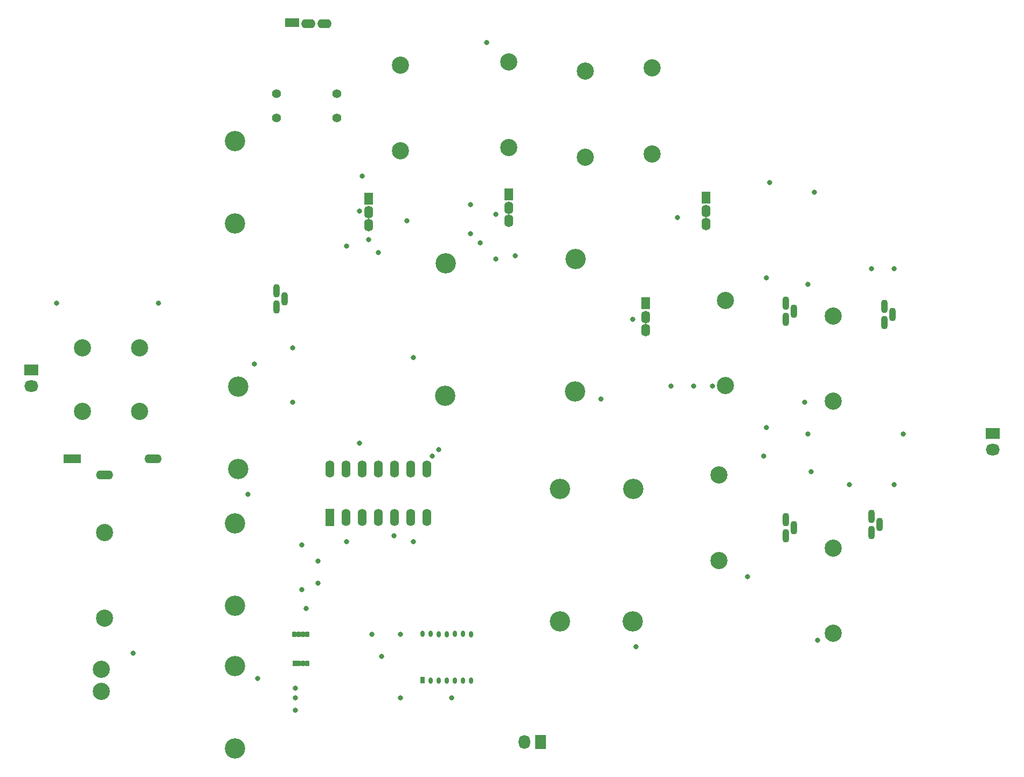
<source format=gts>
G04*
G04 #@! TF.GenerationSoftware,Altium Limited,Altium Designer,20.0.13 (296)*
G04*
G04 Layer_Color=8388736*
%FSLAX25Y25*%
%MOIN*%
G70*
G01*
G75*
%ADD17R,0.02965X0.03359*%
G04:AMPARAMS|DCode=18|XSize=33.59mil|YSize=29.65mil|CornerRadius=9.41mil|HoleSize=0mil|Usage=FLASHONLY|Rotation=90.000|XOffset=0mil|YOffset=0mil|HoleType=Round|Shape=RoundedRectangle|*
%AMROUNDEDRECTD18*
21,1,0.03359,0.01083,0,0,90.0*
21,1,0.01476,0.02965,0,0,90.0*
1,1,0.01883,0.00541,0.00738*
1,1,0.01883,0.00541,-0.00738*
1,1,0.01883,-0.00541,-0.00738*
1,1,0.01883,-0.00541,0.00738*
%
%ADD18ROUNDEDRECTD18*%
%ADD19R,0.02769X0.03950*%
%ADD20O,0.02769X0.03950*%
%ADD21O,0.05524X0.07800*%
%ADD22R,0.05524X0.07800*%
%ADD23O,0.08674X0.07099*%
%ADD24R,0.08674X0.07099*%
%ADD25O,0.07099X0.08674*%
%ADD26R,0.07099X0.08674*%
%ADD27R,0.08800X0.05524*%
%ADD28O,0.08800X0.05524*%
%ADD29C,0.10642*%
%ADD30C,0.05524*%
%ADD31O,0.05524X0.10642*%
%ADD32R,0.05524X0.10642*%
%ADD33O,0.10642X0.05524*%
%ADD34R,0.10642X0.05524*%
%ADD35O,0.04300X0.08300*%
%ADD36C,0.12611*%
%ADD37C,0.03162*%
D17*
X190313Y82294D02*
D03*
D18*
X192913Y82194D02*
D03*
X195513D02*
D03*
X198013D02*
D03*
X190213Y100394D02*
D03*
X192913D02*
D03*
X195413D02*
D03*
X198113D02*
D03*
D19*
X269328Y71894D02*
D03*
D20*
X274428Y71594D02*
D03*
X279428D02*
D03*
X284328D02*
D03*
X289328D02*
D03*
X294528D02*
D03*
X299428D02*
D03*
X269328Y100494D02*
D03*
X274428D02*
D03*
X279528Y100394D02*
D03*
X284428D02*
D03*
X289328Y100494D02*
D03*
X294428D02*
D03*
X299428Y100394D02*
D03*
D21*
X444882Y354205D02*
D03*
Y362205D02*
D03*
X236221Y353579D02*
D03*
Y361579D02*
D03*
X407480Y288618D02*
D03*
Y296618D02*
D03*
X322835Y356173D02*
D03*
Y364173D02*
D03*
D22*
X444882Y370705D02*
D03*
X236221Y370079D02*
D03*
X407480Y305118D02*
D03*
X322835Y372673D02*
D03*
D23*
X27559Y253937D02*
D03*
X622047Y214567D02*
D03*
D24*
X27559Y263937D02*
D03*
X622047Y224567D02*
D03*
D25*
X332520Y33465D02*
D03*
D26*
X342520D02*
D03*
D27*
X188819Y478847D02*
D03*
D28*
X198819Y478346D02*
D03*
X208819D02*
D03*
D29*
X94488Y277559D02*
D03*
Y238189D02*
D03*
X59055D02*
D03*
Y277559D02*
D03*
X70866Y78461D02*
D03*
Y64961D02*
D03*
X456693Y254331D02*
D03*
Y307087D02*
D03*
X523622Y244488D02*
D03*
Y297244D02*
D03*
X452756Y146063D02*
D03*
Y198819D02*
D03*
X523622Y100787D02*
D03*
Y153543D02*
D03*
X411417Y397638D02*
D03*
Y450787D02*
D03*
X255906Y399606D02*
D03*
Y452756D02*
D03*
X370079Y395669D02*
D03*
Y448819D02*
D03*
X322835Y401575D02*
D03*
Y454724D02*
D03*
X72835Y110236D02*
D03*
Y163386D02*
D03*
D30*
X179134Y435039D02*
D03*
Y420039D02*
D03*
X216535Y435039D02*
D03*
Y420039D02*
D03*
D31*
X272126Y202756D02*
D03*
X262126D02*
D03*
X252126D02*
D03*
X242126D02*
D03*
X232126D02*
D03*
X222126D02*
D03*
X212126D02*
D03*
X272126Y172756D02*
D03*
X262126D02*
D03*
X252126D02*
D03*
X242126D02*
D03*
X232126D02*
D03*
X222126D02*
D03*
D32*
X212126D02*
D03*
D33*
X102835Y208819D02*
D03*
X72835Y198819D02*
D03*
D34*
X52835Y208819D02*
D03*
D35*
X494095Y295118D02*
D03*
X499094Y300118D02*
D03*
X494095Y305118D02*
D03*
X555118Y293307D02*
D03*
X560118Y298307D02*
D03*
X555118Y303307D02*
D03*
X179134Y302992D02*
D03*
X184134Y307992D02*
D03*
X179134Y312992D02*
D03*
X494095Y161260D02*
D03*
X499094Y166260D02*
D03*
X494095Y171260D02*
D03*
X547244Y163228D02*
D03*
X552244Y168228D02*
D03*
X547244Y173228D02*
D03*
D36*
X153543Y405512D02*
D03*
Y354512D02*
D03*
X155512Y253756D02*
D03*
Y202756D02*
D03*
X153543Y169110D02*
D03*
Y118110D02*
D03*
Y80709D02*
D03*
Y29709D02*
D03*
X399806Y190268D02*
D03*
X399606Y108268D02*
D03*
X283465Y248031D02*
D03*
X283665Y330031D02*
D03*
X364173Y332677D02*
D03*
X363973Y250677D02*
D03*
X354531Y190268D02*
D03*
X354331Y108268D02*
D03*
D37*
X232283Y383858D02*
D03*
X305118Y342520D02*
D03*
X326772Y334646D02*
D03*
X379921Y246063D02*
D03*
X423228Y253937D02*
D03*
X437008D02*
D03*
X448819D02*
D03*
X314961Y360236D02*
D03*
Y332677D02*
D03*
X511811Y374016D02*
D03*
X484252Y379921D02*
D03*
X399606Y295276D02*
D03*
X427165Y358268D02*
D03*
X401575Y92520D02*
D03*
X299213Y366142D02*
D03*
Y348425D02*
D03*
X230315Y362205D02*
D03*
X242126Y336614D02*
D03*
X259842Y356299D02*
D03*
X309055Y466535D02*
D03*
X287402Y61024D02*
D03*
X561024Y326772D02*
D03*
X547244D02*
D03*
X561024Y192913D02*
D03*
X533465D02*
D03*
X513779Y96457D02*
D03*
X509842Y200787D02*
D03*
X482283Y228346D02*
D03*
X470472Y135827D02*
D03*
X505905Y244094D02*
D03*
X480315Y210630D02*
D03*
X507874Y316929D02*
D03*
X482283Y320866D02*
D03*
X507874Y224409D02*
D03*
X566929D02*
D03*
X222441Y340551D02*
D03*
X236221Y344488D02*
D03*
X275590Y210630D02*
D03*
X279528Y214567D02*
D03*
X251969Y161417D02*
D03*
X244094Y86614D02*
D03*
X255906Y61024D02*
D03*
X263779Y157480D02*
D03*
Y271654D02*
D03*
X188976Y277559D02*
D03*
X230315Y218504D02*
D03*
X194882Y155512D02*
D03*
X204724Y145669D02*
D03*
Y131890D02*
D03*
X190945Y53150D02*
D03*
Y61024D02*
D03*
X222441Y157480D02*
D03*
X194882Y127953D02*
D03*
X197441Y116142D02*
D03*
X161417Y187008D02*
D03*
X167323Y72835D02*
D03*
X90551Y88583D02*
D03*
X190945Y66929D02*
D03*
X238189Y100394D02*
D03*
X255906D02*
D03*
X165354Y267717D02*
D03*
X188976Y244094D02*
D03*
X43307Y305118D02*
D03*
X106299D02*
D03*
M02*

</source>
